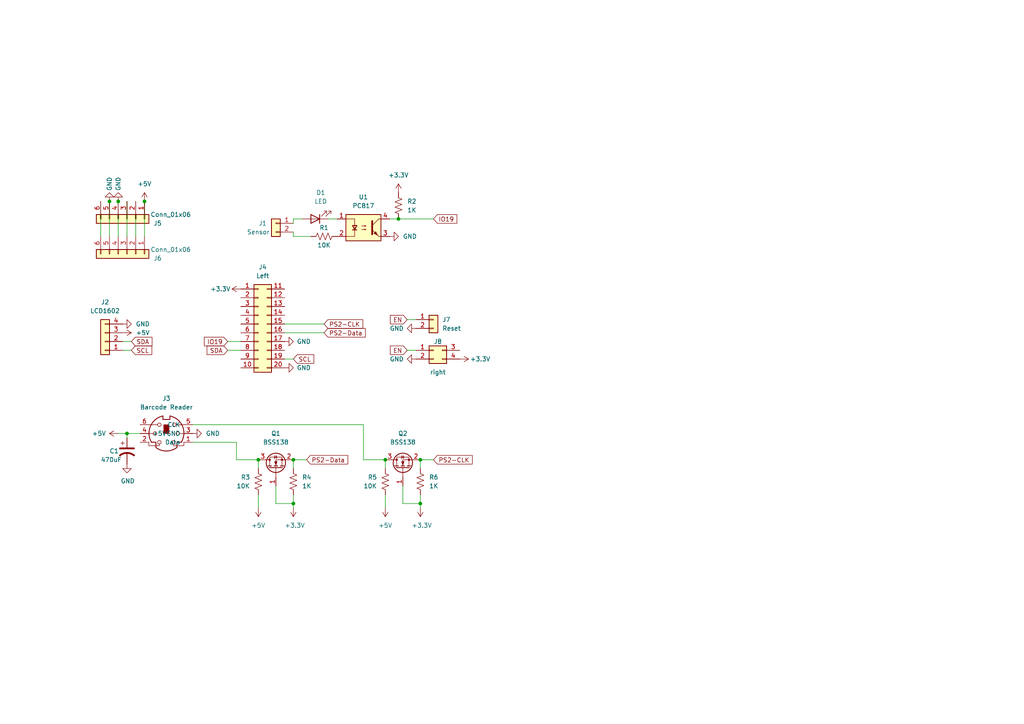
<source format=kicad_sch>
(kicad_sch (version 20211123) (generator eeschema)
  (paper "A4")
  (lib_symbols
    (symbol "Conn_01x02_1" (pin_names (offset 1.016) hide)
      (property "Reference" "J1" (at 2.54 0.0001 0))
      (property "Value" "Conn_01x02_1" (at 2.54 -2.5399 0))
      (symbol "Conn_01x02_1_1_1"
        (rectangle (start -1.27 -2.413) (end 0 -2.667) (stroke (width 0.1524)))
        (rectangle (start -1.27 0.127) (end 0 -0.127) (stroke (width 0.1524)))
        (rectangle (start -1.27 1.27) (end 1.27 -3.81) (stroke (width 0.254)) (fill (type background)))
        (pin passive line (at -5.08 -2.54 0) (length 3.81) (name "Pin_2") (number "1"))
        (pin passive line (at -5.08 0 0) (length 3.81) (name "Pin_1") (number "2"))
      )
    )
    (symbol "Conn_02x10_Top_Bottom_1" (pin_names (offset 1.016) hide)
      (property "Reference" "J1" (at 1.27 16.51 0))
      (property "Value" "Left" (at 1.27 13.97 0))
      (symbol "Conn_02x10_Top_Bottom_1_1_1"
        (rectangle (start -1.27 -12.573) (end 0 -12.827) (stroke (width 0.1524)))
        (rectangle (start -1.27 -10.033) (end 0 -10.287) (stroke (width 0.1524)))
        (rectangle (start -1.27 -7.493) (end 0 -7.747) (stroke (width 0.1524)))
        (rectangle (start -1.27 -4.953) (end 0 -5.207) (stroke (width 0.1524)))
        (rectangle (start -1.27 -2.413) (end 0 -2.667) (stroke (width 0.1524)))
        (rectangle (start -1.27 0.127) (end 0 -0.127) (stroke (width 0.1524)))
        (rectangle (start -1.27 2.667) (end 0 2.413) (stroke (width 0.1524)))
        (rectangle (start -1.27 5.207) (end 0 4.953) (stroke (width 0.1524)))
        (rectangle (start -1.27 7.747) (end 0 7.493) (stroke (width 0.1524)))
        (rectangle (start -1.27 10.287) (end 0 10.033) (stroke (width 0.1524)))
        (rectangle (start -1.27 11.43) (end 3.81 -13.97) (stroke (width 0.254)) (fill (type background)))
        (rectangle (start 3.81 -12.573) (end 2.54 -12.827) (stroke (width 0.1524)))
        (rectangle (start 3.81 -10.033) (end 2.54 -10.287) (stroke (width 0.1524)))
        (rectangle (start 3.81 -7.493) (end 2.54 -7.747) (stroke (width 0.1524)))
        (rectangle (start 3.81 -4.953) (end 2.54 -5.207) (stroke (width 0.1524)))
        (rectangle (start 3.81 -2.413) (end 2.54 -2.667) (stroke (width 0.1524)))
        (rectangle (start 3.81 0.127) (end 2.54 -0.127) (stroke (width 0.1524)))
        (rectangle (start 3.81 2.667) (end 2.54 2.413) (stroke (width 0.1524)))
        (rectangle (start 3.81 5.207) (end 2.54 4.953) (stroke (width 0.1524)))
        (rectangle (start 3.81 7.747) (end 2.54 7.493) (stroke (width 0.1524)))
        (rectangle (start 3.81 10.287) (end 2.54 10.033) (stroke (width 0.1524)))
        (pin passive line (at -5.08 10.16 0) (length 3.81) (name "Pin_1") (number "1"))
        (pin passive line (at -5.08 -12.7 0) (length 3.81) (name "Pin_10") (number "10"))
        (pin passive line (at 7.62 10.16 180) (length 3.81) (name "Pin_11") (number "11"))
        (pin passive line (at 7.62 7.62 180) (length 3.81) (name "Pin_12") (number "12"))
        (pin passive line (at 7.62 5.08 180) (length 3.81) (name "Pin_13") (number "13"))
        (pin passive line (at 7.62 2.54 180) (length 3.81) (name "Pin_14") (number "14"))
        (pin passive line (at 7.62 0 180) (length 3.81) (name "Pin_15") (number "15"))
        (pin passive line (at 7.62 -2.54 180) (length 3.81) (name "Pin_16") (number "16"))
        (pin passive line (at 7.62 -5.08 180) (length 3.81) (name "Pin_17") (number "17"))
        (pin passive line (at 7.62 -7.62 180) (length 3.81) (name "Pin_18") (number "18"))
        (pin passive line (at 7.62 -10.16 180) (length 3.81) (name "Pin_19") (number "19"))
        (pin passive line (at -5.08 7.62 0) (length 3.81) (name "Pin_2") (number "2"))
        (pin passive line (at 7.62 -12.7 180) (length 3.81) (name "Pin_20") (number "20"))
        (pin passive line (at -5.08 5.08 0) (length 3.81) (name "Pin_3") (number "3"))
        (pin passive line (at -5.08 2.54 0) (length 3.81) (name "Pin_4") (number "4"))
        (pin passive line (at -5.08 0 0) (length 3.81) (name "Pin_5") (number "5"))
        (pin passive line (at -5.08 -2.54 0) (length 3.81) (name "Pin_6") (number "6"))
        (pin passive line (at -5.08 -5.08 0) (length 3.81) (name "Pin_7") (number "7"))
        (pin passive line (at -5.08 -7.62 0) (length 3.81) (name "Pin_8") (number "8"))
        (pin passive line (at -5.08 -10.16 0) (length 3.81) (name "Pin_9") (number "9"))
      )
    )
    (symbol "Connector:Mini-DIN-6" (pin_names (offset 1.016))
      (property "Reference" "J2" (at 0.0177 10.16 0))
      (property "Value" "Mini-DIN-6" (at 0.0177 7.62 0))
      (property "Footprint" "Library:Connector_Mini-DIN_Female_6Pin_2rows" (at 0 -10.16 0))
      (symbol "Mini-DIN-6_0_1"
        (circle (center -3.302 0) (radius 0.508))
        (arc (start -3.048 -4.064) (mid 0 -5.08) (end 3.048 -4.064) (stroke (width 0.254)))
        (circle (center -2.032 -2.54) (radius 0.508))
        (circle (center -2.032 2.54) (radius 0.508))
        (arc (start -1.016 5.08) (mid -4.6228 2.1214) (end -4.318 -2.54) (stroke (width 0.254)))
        (rectangle (start -0.762 2.54) (end 0.762 0) (fill (type outline)))
        (polyline (pts (xy -3.81 0) (xy -5.08 0)))
        (polyline (pts (xy -2.54 2.54) (xy -5.08 2.54)))
        (polyline (pts (xy 2.794 2.54) (xy 5.08 2.54)))
        (polyline (pts (xy 5.08 0) (xy 3.81 0)))
        (polyline (pts (xy -4.318 -2.54) (xy -3.048 -2.54) (xy -3.048 -4.064)) (stroke (width 0.254)))
        (polyline (pts (xy 4.318 -2.54) (xy 3.048 -2.54) (xy 3.048 -4.064)) (stroke (width 0.254)))
        (polyline (pts (xy -2.032 -3.048) (xy -2.032 -3.556) (xy -5.08 -3.556) (xy -5.08 -2.54)))
        (polyline (pts (xy -1.016 5.08) (xy -1.016 4.064) (xy 1.016 4.064) (xy 1.016 5.08)) (stroke (width 0.254)))
        (polyline (pts (xy 2.032 -3.048) (xy 2.032 -3.556) (xy 5.08 -3.556) (xy 5.08 -2.54)))
        (circle (center 2.032 -2.54) (radius 0.508))
        (circle (center 2.286 2.54) (radius 0.508))
        (circle (center 3.302 0) (radius 0.508))
        (arc (start 4.318 -2.54) (mid 4.6661 2.1322) (end 1.016 5.08) (stroke (width 0.254)))
      )
      (symbol "Mini-DIN-6_1_1"
        (pin passive line (at 7.62 -2.54 180) (length 2.54) (name "Data") (number "1"))
        (pin passive line (at -7.62 -2.54 0) (length 2.54) (name "~") (number "2"))
        (pin passive line (at 7.62 0 180) (length 2.54) (name "GND") (number "3"))
        (pin passive line (at -7.62 0 0) (length 2.54) (name "+5V") (number "4"))
        (pin passive line (at 7.62 2.54 180) (length 2.54) (name "CLK") (number "5"))
        (pin passive line (at -7.62 2.54 0) (length 2.54) (name "~") (number "6"))
      )
    )
    (symbol "Connector_Generic:Conn_01x02" (pin_names (offset 1.016) hide)
      (property "Reference" "J" (at 0 2.54 0))
      (property "Value" "Conn_01x02" (at 0 -5.08 0))
      (symbol "Conn_01x02_1_1"
        (rectangle (start -1.27 -2.413) (end 0 -2.667) (stroke (width 0.1524)))
        (rectangle (start -1.27 0.127) (end 0 -0.127) (stroke (width 0.1524)))
        (rectangle (start -1.27 1.27) (end 1.27 -3.81) (stroke (width 0.254)) (fill (type background)))
        (pin passive line (at -5.08 0 0) (length 3.81) (name "Pin_1") (number "1"))
        (pin passive line (at -5.08 -2.54 0) (length 3.81) (name "Pin_2") (number "2"))
      )
    )
    (symbol "Connector_Generic:Conn_01x04" (pin_names (offset 1.016) hide)
      (property "Reference" "J" (at 0 5.08 0))
      (property "Value" "Conn_01x04" (at 0 -7.62 0))
      (symbol "Conn_01x04_1_1"
        (rectangle (start -1.27 -4.953) (end 0 -5.207) (stroke (width 0.1524)))
        (rectangle (start -1.27 -2.413) (end 0 -2.667) (stroke (width 0.1524)))
        (rectangle (start -1.27 0.127) (end 0 -0.127) (stroke (width 0.1524)))
        (rectangle (start -1.27 2.667) (end 0 2.413) (stroke (width 0.1524)))
        (rectangle (start -1.27 3.81) (end 1.27 -6.35) (stroke (width 0.254)) (fill (type background)))
        (pin passive line (at -5.08 2.54 0) (length 3.81) (name "Pin_1") (number "1"))
        (pin passive line (at -5.08 0 0) (length 3.81) (name "Pin_2") (number "2"))
        (pin passive line (at -5.08 -2.54 0) (length 3.81) (name "Pin_3") (number "3"))
        (pin passive line (at -5.08 -5.08 0) (length 3.81) (name "Pin_4") (number "4"))
      )
    )
    (symbol "Connector_Generic:Conn_01x06" (pin_names (offset 1.016) hide)
      (property "Reference" "J" (at 0 7.62 0))
      (property "Value" "Conn_01x06" (at 0 -10.16 0))
      (symbol "Conn_01x06_1_1"
        (rectangle (start -1.27 -7.493) (end 0 -7.747) (stroke (width 0.1524)))
        (rectangle (start -1.27 -4.953) (end 0 -5.207) (stroke (width 0.1524)))
        (rectangle (start -1.27 -2.413) (end 0 -2.667) (stroke (width 0.1524)))
        (rectangle (start -1.27 0.127) (end 0 -0.127) (stroke (width 0.1524)))
        (rectangle (start -1.27 2.667) (end 0 2.413) (stroke (width 0.1524)))
        (rectangle (start -1.27 5.207) (end 0 4.953) (stroke (width 0.1524)))
        (rectangle (start -1.27 6.35) (end 1.27 -8.89) (stroke (width 0.254)) (fill (type background)))
        (pin passive line (at -5.08 5.08 0) (length 3.81) (name "Pin_1") (number "1"))
        (pin passive line (at -5.08 2.54 0) (length 3.81) (name "Pin_2") (number "2"))
        (pin passive line (at -5.08 0 0) (length 3.81) (name "Pin_3") (number "3"))
        (pin passive line (at -5.08 -2.54 0) (length 3.81) (name "Pin_4") (number "4"))
        (pin passive line (at -5.08 -5.08 0) (length 3.81) (name "Pin_5") (number "5"))
        (pin passive line (at -5.08 -7.62 0) (length 3.81) (name "Pin_6") (number "6"))
      )
    )
    (symbol "Connector_Generic:Conn_02x02_Top_Bottom" (pin_names (offset 1.016) hide)
      (property "Reference" "J" (at 1.27 2.54 0))
      (property "Value" "Conn_02x02_Top_Bottom" (at 1.27 -5.08 0))
      (symbol "Conn_02x02_Top_Bottom_1_1"
        (rectangle (start -1.27 -2.413) (end 0 -2.667) (stroke (width 0.1524)))
        (rectangle (start -1.27 0.127) (end 0 -0.127) (stroke (width 0.1524)))
        (rectangle (start -1.27 1.27) (end 3.81 -3.81) (stroke (width 0.254)) (fill (type background)))
        (rectangle (start 3.81 -2.413) (end 2.54 -2.667) (stroke (width 0.1524)))
        (rectangle (start 3.81 0.127) (end 2.54 -0.127) (stroke (width 0.1524)))
        (pin passive line (at -5.08 0 0) (length 3.81) (name "Pin_1") (number "1"))
        (pin passive line (at -5.08 -2.54 0) (length 3.81) (name "Pin_2") (number "2"))
        (pin passive line (at 7.62 0 180) (length 3.81) (name "Pin_3") (number "3"))
        (pin passive line (at 7.62 -2.54 180) (length 3.81) (name "Pin_4") (number "4"))
      )
    )
    (symbol "Device:C_Polarized_US" (pin_numbers hide) (pin_names (offset 0.254) hide)
      (property "Reference" "C" (at 0.635 2.54 0))
      (property "Value" "C_Polarized_US" (at 0.635 -2.54 0))
      (symbol "C_Polarized_US_0_1"
        (polyline (pts (xy -2.032 0.762) (xy 2.032 0.762)) (stroke (width 0.508)))
        (polyline (pts (xy -1.778 2.286) (xy -0.762 2.286)))
        (polyline (pts (xy -1.27 1.778) (xy -1.27 2.794)))
        (arc (start 2.032 -1.27) (mid 0 -0.5572) (end -2.032 -1.27) (stroke (width 0.508)))
      )
      (symbol "C_Polarized_US_1_1"
        (pin passive line (at 0 3.81 270) (length 2.794) (name "~") (number "1"))
        (pin passive line (at 0 -3.81 90) (length 3.302) (name "~") (number "2"))
      )
    )
    (symbol "Device:LED" (pin_numbers hide) (pin_names (offset 1.016) hide)
      (property "Reference" "D" (at 0 2.54 0))
      (property "Value" "LED" (at 0 -2.54 0))
      (symbol "LED_0_1"
        (polyline (pts (xy -1.27 -1.27) (xy -1.27 1.27)) (stroke (width 0.254)))
        (polyline (pts (xy -1.27 0) (xy 1.27 0)))
        (polyline (pts (xy 1.27 -1.27) (xy 1.27 1.27) (xy -1.27 0) (xy 1.27 -1.27)) (stroke (width 0.254)))
        (polyline (pts (xy -3.048 -0.762) (xy -4.572 -2.286) (xy -3.81 -2.286) (xy -4.572 -2.286) (xy -4.572 -1.524)))
        (polyline (pts (xy -1.778 -0.762) (xy -3.302 -2.286) (xy -2.54 -2.286) (xy -3.302 -2.286) (xy -3.302 -1.524)))
      )
      (symbol "LED_1_1"
        (pin passive line (at -3.81 0 0) (length 2.54) (name "K") (number "1"))
        (pin passive line (at 3.81 0 180) (length 2.54) (name "A") (number "2"))
      )
    )
    (symbol "Device:R_US" (pin_numbers hide) (pin_names (offset 0))
      (property "Reference" "R" (at 2.54 0 90))
      (property "Value" "R_US" (at -2.54 0 90))
      (symbol "R_US_0_1"
        (polyline (pts (xy 0 -2.286) (xy 0 -2.54)))
        (polyline (pts (xy 0 2.286) (xy 0 2.54)))
        (polyline (pts (xy 0 -0.762) (xy 1.016 -1.143) (xy 0 -1.524) (xy -1.016 -1.905) (xy 0 -2.286)))
        (polyline (pts (xy 0 0.762) (xy 1.016 0.381) (xy 0 0) (xy -1.016 -0.381) (xy 0 -0.762)))
        (polyline (pts (xy 0 2.286) (xy 1.016 1.905) (xy 0 1.524) (xy -1.016 1.143) (xy 0 0.762)))
      )
      (symbol "R_US_1_1"
        (pin passive line (at 0 3.81 270) (length 1.27) (name "~") (number "1"))
        (pin passive line (at 0 -3.81 90) (length 1.27) (name "~") (number "2"))
      )
    )
    (symbol "Isolator:PC817" (pin_names (offset 1.016))
      (property "Reference" "U" (at -5.08 5.08 0))
      (property "Value" "PC817" (at 0 5.08 0))
      (symbol "PC817_0_1"
        (rectangle (start -5.08 3.81) (end 5.08 -3.81) (stroke (width 0.254)) (fill (type background)))
        (polyline (pts (xy -3.175 -0.635) (xy -1.905 -0.635)) (stroke (width 0.254)))
        (polyline (pts (xy 2.54 0.635) (xy 4.445 2.54)))
        (polyline (pts (xy 4.445 -2.54) (xy 2.54 -0.635)) (fill (type outline)))
        (polyline (pts (xy 4.445 -2.54) (xy 5.08 -2.54)))
        (polyline (pts (xy 4.445 2.54) (xy 5.08 2.54)))
        (polyline (pts (xy -5.08 2.54) (xy -2.54 2.54) (xy -2.54 -0.635)))
        (polyline (pts (xy -2.54 -0.635) (xy -2.54 -2.54) (xy -5.08 -2.54)))
        (polyline (pts (xy 2.54 1.905) (xy 2.54 -1.905) (xy 2.54 -1.905)) (stroke (width 0.508)))
        (polyline (pts (xy -2.54 -0.635) (xy -3.175 0.635) (xy -1.905 0.635) (xy -2.54 -0.635)) (stroke (width 0.254)))
        (polyline (pts (xy -0.508 -0.508) (xy 0.762 -0.508) (xy 0.381 -0.635) (xy 0.381 -0.381) (xy 0.762 -0.508)))
        (polyline (pts (xy -0.508 0.508) (xy 0.762 0.508) (xy 0.381 0.381) (xy 0.381 0.635) (xy 0.762 0.508)))
        (polyline (pts (xy 3.048 -1.651) (xy 3.556 -1.143) (xy 4.064 -2.159) (xy 3.048 -1.651) (xy 3.048 -1.651)) (fill (type outline)))
      )
      (symbol "PC817_1_1"
        (pin passive line (at -7.62 2.54 0) (length 2.54) (name "~") (number "1"))
        (pin passive line (at -7.62 -2.54 0) (length 2.54) (name "~") (number "2"))
        (pin passive line (at 7.62 -2.54 180) (length 2.54) (name "~") (number "3"))
        (pin passive line (at 7.62 2.54 180) (length 2.54) (name "~") (number "4"))
      )
    )
    (symbol "Transistor_FET:BSS138" (pin_names hide)
      (property "Reference" "Q" (at 5.08 1.905 0))
      (property "Value" "BSS138" (at 5.08 0 0))
      (symbol "BSS138_0_1"
        (polyline (pts (xy 0.254 0) (xy -2.54 0)))
        (polyline (pts (xy 0.254 1.905) (xy 0.254 -1.905)) (stroke (width 0.254)))
        (polyline (pts (xy 0.762 -1.27) (xy 0.762 -2.286)) (stroke (width 0.254)))
        (polyline (pts (xy 0.762 0.508) (xy 0.762 -0.508)) (stroke (width 0.254)))
        (polyline (pts (xy 0.762 2.286) (xy 0.762 1.27)) (stroke (width 0.254)))
        (polyline (pts (xy 2.54 2.54) (xy 2.54 1.778)))
        (polyline (pts (xy 2.54 -2.54) (xy 2.54 0) (xy 0.762 0)))
        (polyline (pts (xy 0.762 -1.778) (xy 3.302 -1.778) (xy 3.302 1.778) (xy 0.762 1.778)))
        (polyline (pts (xy 1.016 0) (xy 2.032 0.381) (xy 2.032 -0.381) (xy 1.016 0)) (fill (type outline)))
        (polyline (pts (xy 2.794 0.508) (xy 2.921 0.381) (xy 3.683 0.381) (xy 3.81 0.254)))
        (polyline (pts (xy 3.302 0.381) (xy 2.921 -0.254) (xy 3.683 -0.254) (xy 3.302 0.381)))
        (circle (center 1.651 0) (radius 2.794) (stroke (width 0.254)))
        (circle (center 2.54 -1.778) (radius 0.254) (fill (type outline)))
        (circle (center 2.54 1.778) (radius 0.254) (fill (type outline)))
      )
      (symbol "BSS138_1_1"
        (pin input line (at -5.08 0 0) (length 2.54) (name "G") (number "1"))
        (pin passive line (at 2.54 -5.08 90) (length 2.54) (name "S") (number "2"))
        (pin passive line (at 2.54 5.08 270) (length 2.54) (name "D") (number "3"))
      )
    )
    (symbol "power:+3.3V" (power) (pin_names (offset 0))
      (property "Value" "+3.3V" (at 0 3.556 0))
      (symbol "+3.3V_0_1"
        (polyline (pts (xy -0.762 1.27) (xy 0 2.54)))
        (polyline (pts (xy 0 0) (xy 0 2.54)))
        (polyline (pts (xy 0 2.54) (xy 0.762 1.27)))
      )
      (symbol "+3.3V_1_1"
        (pin power_in line (at 0 0 90) (length 0) hide (name "+3.3V") (number "1"))
      )
    )
    (symbol "power:+5V" (power) (pin_names (offset 0))
      (property "Value" "+5V" (at 0 3.556 0))
      (symbol "+5V_0_1"
        (polyline (pts (xy -0.762 1.27) (xy 0 2.54)))
        (polyline (pts (xy 0 0) (xy 0 2.54)))
        (polyline (pts (xy 0 2.54) (xy 0.762 1.27)))
      )
      (symbol "+5V_1_1"
        (pin power_in line (at 0 0 90) (length 0) hide (name "+5V") (number "1"))
      )
    )
    (symbol "power:GND" (power) (pin_names (offset 0))
      (property "Value" "GND" (at 0 -3.81 0))
      (symbol "GND_0_1"
        (polyline (pts (xy 0 0) (xy 0 -1.27) (xy 1.27 -1.27) (xy 0 -2.54) (xy -1.27 -1.27) (xy 0 -1.27)))
      )
      (symbol "GND_1_1"
        (pin power_in line (at 0 0 270) (length 0) hide (name "GND") (number "1"))
      )
    )
  )
  (junction (at 85.09 146.05))
  (junction (at 74.93 133.35))
  (junction (at 34.29 58.42))
  (junction (at 85.09 133.35))
  (junction (at 115.57 63.5))
  (junction (at 31.75 58.42))
  (junction (at 41.91 58.42))
  (junction (at 121.92 146.05))
  (junction (at 111.76 133.35))
  (junction (at 36.83 125.73))
  (junction (at 121.92 133.35))
  (wire (pts (xy 74.93 143.51) (xy 74.93 147.32)))
  (wire (pts (xy 85.09 133.35) (xy 85.09 135.89)))
  (wire (pts (xy 36.83 125.73) (xy 36.83 127)))
  (wire (pts (xy 35.56 101.6) (xy 38.1 101.6)))
  (wire (pts (xy 74.93 133.35) (xy 74.93 135.89)))
  (wire (pts (xy 55.88 123.19) (xy 105.41 123.19)))
  (wire (pts (xy 55.88 128.27) (xy 68.58 128.27)))
  (wire (pts (xy 85.09 147.32) (xy 85.09 146.05)))
  (wire (pts (xy 116.84 140.97) (xy 116.84 146.05)))
  (wire (pts (xy 85.09 64.77) (xy 85.09 63.5)))
  (wire (pts (xy 121.92 133.35) (xy 121.92 135.89)))
  (wire (pts (xy 41.91 58.42) (xy 41.91 68.58)))
  (wire (pts (xy 68.58 128.27) (xy 68.58 133.35)))
  (wire (pts (xy 82.55 96.52) (xy 93.98 96.52)))
  (wire (pts (xy 29.21 58.42) (xy 29.21 68.58)))
  (wire (pts (xy 69.85 101.6) (xy 66.04 101.6)))
  (wire (pts (xy 31.75 58.42) (xy 31.75 68.58)))
  (wire (pts (xy 82.55 93.98) (xy 93.98 93.98)))
  (wire (pts (xy 121.92 147.32) (xy 121.92 146.05)))
  (wire (pts (xy 80.01 140.97) (xy 80.01 146.05)))
  (wire (pts (xy 34.29 125.73) (xy 36.83 125.73)))
  (wire (pts (xy 118.11 92.71) (xy 120.65 92.71)))
  (wire (pts (xy 35.56 99.06) (xy 38.1 99.06)))
  (wire (pts (xy 113.03 63.5) (xy 115.57 63.5)))
  (wire (pts (xy 105.41 133.35) (xy 111.76 133.35)))
  (wire (pts (xy 85.09 146.05) (xy 85.09 143.51)))
  (wire (pts (xy 121.92 146.05) (xy 121.92 143.51)))
  (wire (pts (xy 118.11 101.6) (xy 120.65 101.6)))
  (wire (pts (xy 121.92 133.35) (xy 125.73 133.35)))
  (wire (pts (xy 85.09 68.58) (xy 90.17 68.58)))
  (wire (pts (xy 111.76 133.35) (xy 111.76 135.89)))
  (wire (pts (xy 34.29 58.42) (xy 34.29 68.58)))
  (wire (pts (xy 36.83 58.42) (xy 36.83 68.58)))
  (wire (pts (xy 85.09 133.35) (xy 88.9 133.35)))
  (wire (pts (xy 80.01 146.05) (xy 85.09 146.05)))
  (wire (pts (xy 82.55 104.14) (xy 85.09 104.14)))
  (wire (pts (xy 95.25 63.5) (xy 97.79 63.5)))
  (wire (pts (xy 111.76 143.51) (xy 111.76 147.32)))
  (wire (pts (xy 85.09 63.5) (xy 87.63 63.5)))
  (wire (pts (xy 116.84 146.05) (xy 121.92 146.05)))
  (wire (pts (xy 66.04 99.06) (xy 69.85 99.06)))
  (wire (pts (xy 36.83 125.73) (xy 40.64 125.73)))
  (wire (pts (xy 115.57 63.5) (xy 125.73 63.5)))
  (wire (pts (xy 85.09 67.31) (xy 85.09 68.58)))
  (wire (pts (xy 105.41 123.19) (xy 105.41 133.35)))
  (wire (pts (xy 68.58 133.35) (xy 74.93 133.35)))
  (wire (pts (xy 39.37 58.42) (xy 39.37 68.58)))
  (global_label "SCL" (shape input) (at 38.1 101.6 0) (property "Intersheet References" "${INTERSHEET_REFS}" (effects hide)))
  (global_label "EN" (shape input) (at 118.11 92.71 180) (property "Intersheet References" "${INTERSHEET_REFS}" (effects hide)))
  (global_label "IO19" (shape input) (at 66.04 99.06 180) (property "Intersheet References" "${INTERSHEET_REFS}" (effects hide)))
  (global_label "EN" (shape input) (at 118.11 101.6 180) (property "Intersheet References" "${INTERSHEET_REFS}" (effects hide)))
  (global_label "PS2-Data" (shape input) (at 93.98 96.52 0) (property "Intersheet References" "${INTERSHEET_REFS}" (effects hide)))
  (global_label "PS2-CLK" (shape input) (at 93.98 93.98 0) (property "Intersheet References" "${INTERSHEET_REFS}" (effects hide)))
  (global_label "IO19" (shape input) (at 125.73 63.5 0) (property "Intersheet References" "${INTERSHEET_REFS}" (effects hide)))
  (global_label "SCL" (shape input) (at 85.09 104.14 0) (property "Intersheet References" "${INTERSHEET_REFS}" (effects hide)))
  (global_label "PS2-CLK" (shape input) (at 125.73 133.35 0) (property "Intersheet References" "${INTERSHEET_REFS}" (effects hide)))
  (global_label "SDA" (shape input) (at 38.1 99.06 0) (property "Intersheet References" "${INTERSHEET_REFS}" (effects hide)))
  (global_label "SDA" (shape input) (at 66.04 101.6 180) (property "Intersheet References" "${INTERSHEET_REFS}" (effects hide)))
  (global_label "PS2-Data" (shape input) (at 88.9 133.35 0) (property "Intersheet References" "${INTERSHEET_REFS}" (effects hide)))
  (symbol (lib_id "power:+5V") (at 35.56 96.52 270) (unit 1)
    (property "Reference" "#PWR03" (effects hide))
    (property "Value" "+5V" (at 39.37 96.5199 90) (effects (justify left)))
  )
  (symbol (lib_id "power:+3.3V") (at 85.09 147.32 180) (unit 1)
    (property "Reference" "#PWR011" (effects hide))
    (property "Value" "+3.3V" (at 82.55 152.4 0) (effects (justify right)))
  )
  (symbol (lib_id "Device:R_US") (at 111.76 139.7 180) (unit 1)
    (property "Reference" "R5" (at 106.68 138.43 0) (effects (justify right)))
    (property "Value" "10K" (at 105.41 140.97 0) (effects (justify right)))
    (property "Footprint" "Resistor_SMD:R_0805_2012Metric" (effects hide))
  )
  (symbol (lib_name "Conn_02x10_Top_Bottom_1") (lib_id "Connector_Generic:Conn_02x10_Top_Bottom") (at 74.93 93.98 0) (unit 1)
    (property "Reference" "J4" (at 76.2 77.47 0))
    (property "Value" "Left" (at 76.2 80.01 0))
    (property "Footprint" "Connector_PinSocket_2.54mm:PinSocket_2x10_P2.54mm_Vertical" (effects hide))
  )
  (symbol (lib_id "power:GND") (at 120.65 104.14 270) (unit 1)
    (property "Reference" "#PWR018" (effects hide))
    (property "Value" "GND" (at 113.03 104.14 90) (effects (justify left)))
  )
  (symbol (lib_id "Connector_Generic:Conn_01x02") (at 125.73 92.71 0) (unit 1)
    (property "Reference" "J7" (at 128.27 92.7099 0) (effects (justify left)))
    (property "Value" "Reset" (at 128.27 95.25 0) (effects (justify left)))
    (property "Footprint" "Connector_Molex:Molex_KK-254_AE-6410-02A_1x02_P2.54mm_Vertical" (effects hide))
  )
  (symbol (lib_id "power:+3.3V") (at 121.92 147.32 180) (unit 1)
    (property "Reference" "#PWR016" (effects hide))
    (property "Value" "+3.3V" (at 119.38 152.4 0) (effects (justify right)))
  )
  (symbol (lib_id "power:GND") (at 55.88 125.73 90) (unit 1)
    (property "Reference" "#PWR05" (effects hide))
    (property "Value" "GND" (at 59.69 125.7299 90) (effects (justify right)))
  )
  (symbol (lib_id "power:GND") (at 36.83 134.62 0) (unit 1)
    (property "Reference" "#PWR?" (effects hide))
    (property "Value" "GND" (at 35.0012 139.5095 0) (effects (justify left)))
  )
  (symbol (lib_id "power:+5V") (at 41.91 58.42 0) (unit 1)
    (property "Reference" "#PWR014" (effects hide))
    (property "Value" "+5V" (at 41.91 53.34 0))
  )
  (symbol (lib_id "power:GND") (at 82.55 99.06 90) (unit 1)
    (property "Reference" "#PWR09" (effects hide))
    (property "Value" "GND" (at 90.17 99.06 90) (effects (justify left)))
  )
  (symbol (lib_id "Transistor_FET:BSS138") (at 80.01 135.89 90) (unit 1)
    (property "Reference" "Q1" (at 80.01 125.73 90))
    (property "Value" "BSS138" (at 80.01 128.27 90))
    (property "Footprint" "Package_TO_SOT_SMD:SOT-23" (effects hide))
    (property "Datasheet" "https://www.onsemi.com/pub/Collateral/BSS138-D.PDF" (effects hide))
  )
  (symbol (lib_id "power:GND") (at 35.56 93.98 90) (unit 1)
    (property "Reference" "#PWR02" (effects hide))
    (property "Value" "GND" (at 39.37 93.9799 90) (effects (justify right)))
  )
  (symbol (lib_id "Device:R_US") (at 115.57 59.69 180) (unit 1)
    (property "Reference" "R2" (at 118.11 58.4199 0) (effects (justify right)))
    (property "Value" "1K" (at 118.11 60.9599 0) (effects (justify right)))
    (property "Footprint" "Resistor_SMD:R_0805_2012Metric" (effects hide))
  )
  (symbol (lib_id "Connector_Generic:Conn_01x04") (at 30.48 99.06 180) (unit 1)
    (property "Reference" "J2" (at 30.48 87.63 0))
    (property "Value" "LCD1602" (at 30.48 90.17 0))
    (property "Footprint" "Connector_Molex:Molex_KK-254_AE-6410-04A_1x04_P2.54mm_Vertical" (effects hide))
  )
  (symbol (lib_id "Device:R_US") (at 74.93 139.7 180) (unit 1)
    (property "Reference" "R3" (at 69.85 138.43 0) (effects (justify right)))
    (property "Value" "10K" (at 68.58 140.97 0) (effects (justify right)))
    (property "Footprint" "Resistor_SMD:R_0805_2012Metric" (effects hide))
  )
  (symbol (lib_id "Device:C_Polarized_US") (at 36.83 130.81 0) (unit 1)
    (property "Reference" "C1" (at 31.75 130.81 0) (effects (justify left)))
    (property "Value" "470uF" (at 29.21 133.35 0) (effects (justify left)))
    (property "Footprint" "Capacitor_THT:CP_Radial_D10.0mm_P5.00mm" (effects hide))
  )
  (symbol (lib_id "Device:R_US") (at 93.98 68.58 270) (unit 1)
    (property "Reference" "R1" (at 93.98 66.04 90))
    (property "Value" "10K" (at 93.98 71.12 90))
    (property "Footprint" "Resistor_SMD:R_0805_2012Metric" (effects hide))
  )
  (symbol (lib_id "Connector_Generic:Conn_01x06") (at 36.83 73.66 270) (unit 1)
    (property "Reference" "J6" (at 45.72 74.93 90))
    (property "Value" "Conn_01x06" (at 49.53 72.39 90))
    (property "Footprint" "Connector_PinSocket_2.54mm:PinSocket_1x06_P2.54mm_Vertical" (effects hide))
  )
  (symbol (lib_id "power:+5V") (at 111.76 147.32 180) (unit 1)
    (property "Reference" "#PWR015" (effects hide))
    (property "Value" "+5V" (at 111.76 152.4 0))
  )
  (symbol (lib_id "Transistor_FET:BSS138") (at 116.84 135.89 90) (unit 1)
    (property "Reference" "Q2" (at 116.84 125.73 90))
    (property "Value" "BSS138" (at 116.84 128.27 90))
    (property "Footprint" "Package_TO_SOT_SMD:SOT-23" (effects hide))
    (property "Datasheet" "https://www.onsemi.com/pub/Collateral/BSS138-D.PDF" (effects hide))
  )
  (symbol (lib_id "Device:LED") (at 91.44 63.5 180) (unit 1)
    (property "Reference" "D1" (at 93.0275 55.88 0))
    (property "Value" "LED" (at 93.0275 58.42 0))
    (property "Footprint" "LED_SMD:LED_0805_2012Metric" (effects hide))
  )
  (symbol (lib_id "power:+3.3V") (at 115.57 55.88 0) (unit 1)
    (property "Reference" "#PWR07" (effects hide))
    (property "Value" "+3.3V" (at 115.57 50.8 0))
  )
  (symbol (lib_id "power:GND") (at 120.65 95.25 270) (unit 1)
    (property "Reference" "#PWR017" (effects hide))
    (property "Value" "GND" (at 113.03 95.25 90) (effects (justify left)))
  )
  (symbol (lib_name "Conn_01x02_1") (lib_id "Connector_Generic:Conn_01x02") (at 80.01 67.31 180) (unit 1)
    (property "Reference" "J1" (at 76.2 64.77 0))
    (property "Value" "Sensor" (at 74.93 67.31 0))
    (property "Footprint" "TerminalBlock_Phoenix:TerminalBlock_Phoenix_MPT-0,5-2-2.54_1x02_P2.54mm_Horizontal" (effects hide))
  )
  (symbol (lib_id "Connector_Generic:Conn_02x02_Top_Bottom") (at 125.73 101.6 0) (unit 1)
    (property "Reference" "J8" (at 127 99.06 0))
    (property "Value" "right" (at 127 107.95 0))
    (property "Footprint" "Connector_PinSocket_2.54mm:PinSocket_2x02_P2.54mm_Vertical" (effects hide))
  )
  (symbol (lib_id "Connector_Generic:Conn_01x06") (at 36.83 63.5 270) (unit 1)
    (property "Reference" "J5" (at 45.72 64.77 90))
    (property "Value" "Conn_01x06" (at 49.53 62.23 90))
    (property "Footprint" "Connector_PinSocket_2.54mm:PinSocket_1x06_P2.54mm_Vertical" (effects hide))
  )
  (symbol (lib_id "power:GND") (at 34.29 58.42 180) (unit 1)
    (property "Reference" "#PWR013" (effects hide))
    (property "Value" "GND" (at 34.29 53.34 90))
  )
  (symbol (lib_id "Connector:Mini-DIN-6") (at 48.26 125.73 0) (unit 1)
    (property "Reference" "J3" (at 48.2777 115.57 0))
    (property "Value" "Barcode Reader" (at 48.2777 118.11 0))
    (property "Footprint" "Library:Connector_Mini-DIN_Female_6Pin_2rows" (effects hide))
    (property "Datasheet" "http://service.powerdynamics.com/ec/Catalog17/Section%2011.pdf" (effects hide))
  )
  (symbol (lib_id "Isolator:PC817") (at 105.41 66.04 0) (unit 1)
    (property "Reference" "U1" (at 105.41 57.15 0))
    (property "Value" "PC817" (at 105.41 59.69 0))
    (property "Footprint" "Package_DIP:DIP-4_W7.62mm" (effects hide))
    (property "Datasheet" "http://www.soselectronic.cz/a_info/resource/d/pc817.pdf" (effects hide))
  )
  (symbol (lib_id "power:GND") (at 82.55 106.68 90) (unit 1)
    (property "Reference" "#PWR010" (effects hide))
    (property "Value" "GND" (at 90.17 106.68 90) (effects (justify left)))
  )
  (symbol (lib_id "Device:R_US") (at 121.92 139.7 180) (unit 1)
    (property "Reference" "R6" (at 124.46 138.4299 0) (effects (justify right)))
    (property "Value" "1K" (at 124.46 140.9699 0) (effects (justify right)))
    (property "Footprint" "Resistor_SMD:R_0805_2012Metric" (effects hide))
  )
  (symbol (lib_id "Device:R_US") (at 85.09 139.7 180) (unit 1)
    (property "Reference" "R4" (at 87.63 138.4299 0) (effects (justify right)))
    (property "Value" "1K" (at 87.63 140.9699 0) (effects (justify right)))
    (property "Footprint" "Resistor_SMD:R_0805_2012Metric" (effects hide))
  )
  (symbol (lib_id "power:+5V") (at 34.29 125.73 90) (unit 1)
    (property "Reference" "#PWR01" (effects hide))
    (property "Value" "+5V" (at 26.67 125.73 90) (effects (justify right)))
  )
  (symbol (lib_id "power:+5V") (at 74.93 147.32 180) (unit 1)
    (property "Reference" "#PWR08" (effects hide))
    (property "Value" "+5V" (at 74.93 152.4 0))
  )
  (symbol (lib_id "power:+3.3V") (at 133.35 104.14 270) (unit 1)
    (property "Reference" "#PWR019" (effects hide))
    (property "Value" "+3.3V" (at 142.24 104.14 90) (effects (justify right)))
  )
  (symbol (lib_id "power:GND") (at 113.03 68.58 90) (unit 1)
    (property "Reference" "#PWR04" (effects hide))
    (property "Value" "GND" (at 116.84 68.5799 90) (effects (justify right)))
  )
  (symbol (lib_id "power:GND") (at 31.75 58.42 180) (unit 1)
    (property "Reference" "#PWR012" (effects hide))
    (property "Value" "GND" (at 31.75 53.34 90))
  )
  (symbol (lib_id "power:+3.3V") (at 69.85 83.82 90) (unit 1)
    (property "Reference" "#PWR06" (effects hide))
    (property "Value" "+3.3V" (at 60.96 83.82 90) (effects (justify right)))
  )
)
</source>
